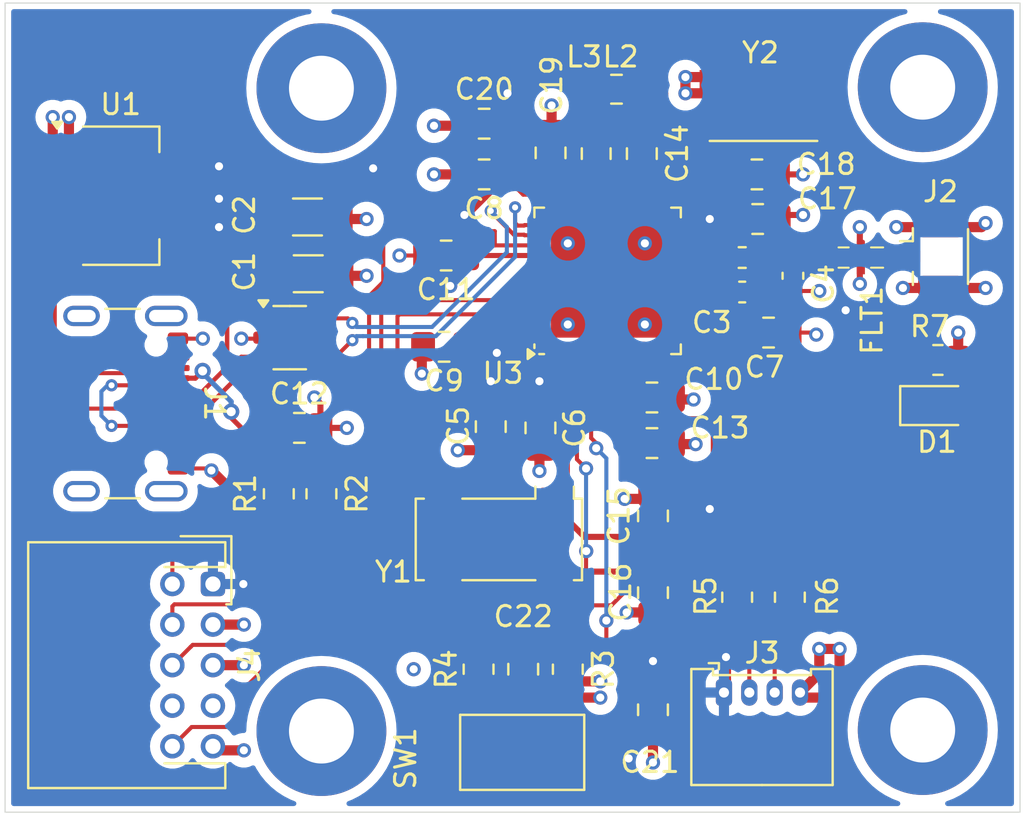
<source format=kicad_pcb>
(kicad_pcb (version 20240108) (generator "pcbnew") (generator_version "8.0")
  (layers (0 "F.Cu" signal) (1 "In1.Cu" signal) (2 "In2.Cu" signal) (31 "B.Cu" signal) (34 "B.Paste" user) (35 "F.Paste" user) (36 "B.SilkS" user "B.Silkscreen") (37 "F.SilkS" user "F.Silkscreen") (38 "B.Mask" user) (39 "F.Mask" user) (44 "Edge.Cuts" user))
  (net 0 "")
  (net 1 "GND")
  (net 2 "VBUS")
  (net 3 "+3.3V")
  (net 4 "RF1")
  (net 5 "/RF_Match")
  (net 6 "NRST")
  (net 7 "Net-(U3-VFBSMPS)")
  (net 8 "Net-(U3-PC14)")
  (net 9 "Net-(U3-PC15)")
  (net 10 "BOOT0")
  (net 11 "Net-(D1-K)")
  (net 12 "LED")
  (net 13 "/RF_Anthena")
  (net 14 "Net-(J1-CC2)")
  (net 15 "/D-")
  (net 16 "Net-(J1-CC1)")
  (net 19 "/D+")
  (net 20 "Net-(J3-Pin_2)")
  (net 21 "Net-(J3-Pin_3)")
  (net 22 "SWDIO")
  (net 23 "SECLK")
  (net 25 "SWO")
  (net 27 "Net-(L2-Pad1)")
  (net 28 "Net-(U3-VLXSMPS)")
  (net 29 "Net-(R4-Pad1)")
  (net 30 "LPUART1_TX")
  (net 31 "LPUART1_RX")
  (net 32 "USB_D-")
  (net 33 "USB_D+")
  (net 45 "OSC_IN")
  (net 47 "OSC_OUT")
  (footprint "Capacitor_SMD:C_0805_2012Metric_Pad1.18x1.45mm_HandSolder" (layer "F.Cu") (at 228.4 97.4 -90)
    (property "Reference" "C22")
    (property "Value" "100nf")
  )
  (footprint "Crystal:Crystal_SMD_5032-4Pin_5.0x3.2mm" (layer "F.Cu") (at 240.25 69.5)
    (property "Reference" "Y2")
    (property "Value" "12MHz")
  )
  (footprint "Capacitor_SMD:C_0805_2012Metric_Pad1.18x1.45mm_HandSolder" (layer "F.Cu") (at 234.8 89.8375 90)
    (property "Reference" "C15")
    (property "Value" "10pf")
  )
  (footprint "Inductor_SMD:L_0805_2012Metric_Pad1.15x1.40mm_HandSolder" (layer "F.Cu") (at 232 71.975 -90)
    (property "Reference" "L3")
    (property "Value" "10n")
  )
  (footprint "Connector_USB:USB_C_Receptacle_GCT_USB4105-xx-A_16P_TopMnt_Horizontal" (layer "F.Cu") (at 207.695 84.3 -90)
    (property "Reference" "J1")
    (property "Value" "USB_C_Receptacle_USB2.0_16P")
  )
  (footprint "Capacitor_SMD:C_0805_2012Metric_Pad1.18x1.45mm_HandSolder" (layer "F.Cu") (at 226.475 73 180)
    (property "Reference" "C8")
    (property "Value" "100nf")
  )
  (footprint "Inductor_SMD:L_0805_2012Metric_Pad1.15x1.40mm_HandSolder" (layer "F.Cu") (at 233 68.8)
    (property "Reference" "L2")
    (property "Value" "10u")
  )
  (footprint "Capacitor_SMD:C_0805_2012Metric_Pad1.18x1.45mm_HandSolder" (layer "F.Cu") (at 226.8 85.4375 -90)
    (property "Reference" "C5")
    (property "Value" "4u7")
  )
  (footprint "Capacitor_SMD:C_0805_2012Metric_Pad1.18x1.45mm_HandSolder" (layer "F.Cu") (at 234.25 71.975 90)
    (property "Reference" "C14")
    (property "Value" "4u7")
  )
  (footprint "Capacitor_SMD:C_0603_1608Metric_Pad1.08x0.95mm_HandSolder" (layer "F.Cu") (at 241.7 78 -90)
    (property "Reference" "C4")
    (property "Value" "0.3pf")
  )
  (footprint "Capacitor_SMD:C_1206_3216Metric_Pad1.33x1.80mm_HandSolder" (layer "F.Cu") (at 217.8 77.9)
    (property "Reference" "C1")
    (property "Value" "10uF")
  )
  (footprint "Package_TO_SOT_SMD:SOT-23-6" (layer "F.Cu") (at 216.8875 81.05)
    (property "Reference" "U2" (hide yes))
    (property "Value" "USBLC6-2SC6")
  )
  (footprint "Resistor_SMD:R_0805_2012Metric_Pad1.20x1.40mm_HandSolder" (layer "F.Cu") (at 241.55 93.85 -90)
    (property "Reference" "R6")
    (property "Value" "220")
  )
  (footprint "Package_TO_SOT_SMD:SOT-223-3_TabPin2" (layer "F.Cu") (at 208.55 74.05)
    (property "Reference" "U1")
    (property "Value" "LM1117MP-3.3")
  )
  (footprint "Bag:DLF162500LT" (layer "F.Cu") (at 245.05 77.1)
    (property "Reference" "FLT1")
    (property "Value" "DLF162500LT")
  )
  (footprint "Inductor_SMD:L_0603_1608Metric_Pad1.05x0.95mm_HandSolder" (layer "F.Cu") (at 239.2 77.1)
    (property "Reference" "L1" (hide yes))
    (property "Value" "2.7nH")
  )
  (footprint "Capacitor_SMD:C_0603_1608Metric_Pad1.08x0.95mm_HandSolder" (layer "F.Cu") (at 239.2 78.8)
    (property "Reference" "C3")
    (property "Value" "0.8pf")
  )
  (footprint "Capacitor_SMD:C_0805_2012Metric_Pad1.18x1.45mm_HandSolder" (layer "F.Cu") (at 224.5 81.5 180)
    (property "Reference" "C9")
    (property "Value" "100nf")
  )
  (footprint "Capacitor_SMD:C_0805_2012Metric_Pad1.18x1.45mm_HandSolder" (layer "F.Cu") (at 240.5 80.8)
    (property "Reference" "C7")
    (property "Value" "100nf")
  )
  (footprint "MountingHole:MountingHole_3.2mm_M3_Pad" (layer "F.Cu") (at 218.45 68.75)
    (property "Reference" "H4" (hide yes))
    (property "Value" "MountingHole_Pad")
  )
  (footprint "Connector_Molex:Molex_PicoBlade_53048-0410_1x04_P1.25mm_Horizontal" (layer "F.Cu") (at 238.3 98.55)
    (property "Reference" "J3")
    (property "Value" "Conn_01x04_Pin")
  )
  (footprint "Resistor_SMD:R_0805_2012Metric_Pad1.20x1.40mm_HandSolder" (layer "F.Cu") (at 248.85 82.15)
    (property "Reference" "R7")
    (property "Value" "220")
  )
  (footprint "Capacitor_SMD:C_1206_3216Metric_Pad1.33x1.80mm_HandSolder" (layer "F.Cu") (at 217.7625 75.1)
    (property "Reference" "C2")
    (property "Value" "10uF")
  )
  (footprint "LED_SMD:LED_0805_2012Metric_Pad1.15x1.40mm_HandSolder" (layer "F.Cu") (at 248.85 84.4)
    (property "Reference" "D1")
    (property "Value" "LED")
  )
  (footprint "Crystal:Crystal_SMD_Abracon_ABS25-4Pin_8.0x3.8mm" (layer "F.Cu") (at 227.2 91 -90)
    (property "Reference" "Y1")
    (property "Value" "32KHz")
  )
  (footprint "Capacitor_SMD:C_0805_2012Metric_Pad1.18x1.45mm_HandSolder" (layer "F.Cu") (at 234.8 99.4 -90)
    (property "Reference" "C21")
    (property "Value" "100nf")
  )
  (footprint "Capacitor_SMD:C_0805_2012Metric_Pad1.18x1.45mm_HandSolder" (layer "F.Cu") (at 224.6 77 180)
    (property "Reference" "C11")
    (property "Value" "100nf")
  )
  (footprint "Capacitor_SMD:C_0805_2012Metric_Pad1.18x1.45mm_HandSolder" (layer "F.Cu") (at 226.475 70.5 180)
    (property "Reference" "C20")
    (property "Value" "4u7")
  )
  (footprint "Capacitor_SMD:C_0805_2012Metric_Pad1.18x1.45mm_HandSolder" (layer "F.Cu") (at 234.75 86.25)
    (property "Reference" "C13")
    (property "Value" "100nf")
  )
  (footprint "Capacitor_SMD:C_0805_2012Metric_Pad1.18x1.45mm_HandSolder" (layer "F.Cu") (at 217.3625 85.5)
    (property "Reference" "C12")
    (property "Value" "100nf")
  )
  (footprint "Capacitor_SMD:C_0805_2012Metric_Pad1.18x1.45mm_HandSolder" (layer "F.Cu") (at 229.75 71.9375 90)
    (property "Reference" "C19")
    (property "Value" "100nf")
  )
  (footprint "MountingHole:MountingHole_3.2mm_M3_Pad" (layer "F.Cu") (at 248.1 100.4)
    (property "Reference" "H2" (hide yes))
    (property "Value" "MountingHole_Pad")
  )
  (footprint "MountingHole:MountingHole_3.2mm_M3_Pad" (layer "F.Cu") (at 248.1 68.7)
    (property "Reference" "H1" (hide yes))
    (property "Value" "MountingHole_Pad")
  )
  (footprint "Resistor_SMD:R_0805_2012Metric_Pad1.20x1.40mm_HandSolder" (layer "F.Cu") (at 226.2 97.4 90)
    (property "Reference" "R4")
    (property "Value" "220")
  )
  (footprint "Button_Switch_SMD:SW_SPST_CK_RS282G05A3" (layer "F.Cu") (at 228.35 101.5)
    (property "Reference" "SW1")
    (property "Value" "SW_Push")
  )
  (footprint "Capacitor_SMD:C_0805_2012Metric_Pad1.18x1.45mm_HandSolder" (layer "F.Cu") (at 229.25 85.5 -90)
    (property "Reference" "C6")
    (property "Value" "100nf")
  )
  (footprint "Package_DFN_QFN:QFN-48-1EP_7x7mm_P0.5mm_EP5.6x5.6mm" (layer "F.Cu") (at 232.5625 78.25 90)
    (property "Reference" "U3")
    (property "Value" "STM32WB55CEUx")
  )
  (footprint "Capacitor_SMD:C_0805_2012Metric_Pad1.18x1.45mm_HandSolder" (layer "F.Cu") (at 234.75 84)
    (property "Reference" "C10")
    (property "Value" "100nf")
  )
  (footprint "Resistor_SMD:R_0805_2012Metric_Pad1.20x1.40mm_HandSolder" (layer "F.Cu") (at 218.45 88.75 90)
    (property "Reference" "R2")
    (property "Value" "5k1")
  )
  (footprint "MountingHole:MountingHole_3.2mm_M3_Pad" (layer "F.Cu") (at 218.45 100.45)
    (property "Reference" "H3" (hide yes))
    (property "Value" "MountingHole_Pad")
  )
  (footprint "Connector_JST:JST_PHD_S10B-PHDSS_2x05_P2.00mm_Horizontal" (layer "F.Cu") (at 213.1 93.2 -90)
    (property "Reference" "J4")
    (property "Value" "Conn_02x05_Odd_Even")
  )
  (footprint "Resistor_SMD:R_0805_2012Metric_Pad1.20x1.40mm_HandSolder" (layer "F.Cu") (at 238.95 93.85 -90)
    (property "Reference" "R5")
    (property "Value" "220")
  )
  (footprint "Capacitor_SMD:C_0805_2012Metric_Pad1.18x1.45mm_HandSolder" (layer "F.Cu") (at 234.8 93.625 -90)
    (property "Reference" "C16")
    (property "Value" "10pf")
  )
  (footprint "Connector_Coaxial:U.FL_Hirose_U.FL-R-SMT-1_Vertical" (layer "F.Cu") (at 248.5 77.05)
    (property "Reference" "J2")
    (property "Value" "Conn_Coaxial")
  )
  (footprint "Resistor_SMD:R_0805_2012Metric_Pad1.20x1.40mm_HandSolder" (layer "F.Cu") (at 216.35 88.75 90)
    (property "Reference" "R1")
    (property "Value" "5k1")
  )
  (footprint "Capacitor_SMD:C_0805_2012Metric_Pad1.18x1.45mm_HandSolder" (layer "F.Cu") (at 239.9625 75.2)
    (property "Reference" "C17")
    (property "Value" "100nf")
  )
  (footprint "Capacitor_SMD:C_0805_2012Metric_Pad1.18x1.45mm_HandSolder" (layer "F.Cu") (at 239.925 73)
    (property "Reference" "C18")
    (property "Value" "100pf")
  )
  (footprint "Resistor_SMD:R_0805_2012Metric_Pad1.20x1.40mm_HandSolder" (layer "F.Cu") (at 230.6 97.4 90)
    (property "Reference" "R3")
    (property "Value" "5k1")
  )
  (gr_line (start 252.9 104.45) (end 202.85 104.45) (stroke (width 0.05)) (layer "Edge.Cuts"))
  (gr_line (start 202.85 104.45) (end 202.85 64.55) (stroke (width 0.05)) (layer "Edge.Cuts"))
  (gr_line (start 252.9 64.55) (end 252.9 104.45) (stroke (width 0.05)) (layer "Edge.Cuts"))
  (gr_line (start 202.85 64.55) (end 252.9 64.55) (stroke (width 0.05)) (layer "Edge.Cuts"))
  (segment (start 216.35 89.75) (end 218.45 89.75) (width 0.5) (layer "F.Cu") (net 1))
  (segment (start 233.4 89) (end 234.6 89) (width 0.5) (layer "F.Cu") (net 1))
  (segment (start 230.6 80.4) (end 230.6 76.4) (width 0.2) (layer "F.Cu") (net 1))
  (segment (start 235.8375 86.3) (end 235.7875 86.25) (width 0.5) (layer "F.Cu") (net 1))
  (segment (start 215.7 81.1) (end 215.75 81.05) (width 0.2) (layer "F.Cu") (net 1))
  (segment (start 231.8125 75.264386) (end 231.8125 74.8125) (width 0.2) (layer "F.Cu") (net 1))
  (segment (start 220.675 75.2) (end 219.425 75.2) (width 0.5) (layer "F.Cu") (net 1))
  (segment (start 240.9 70.5) (end 238.9 68.5) (width 0.3) (layer "F.Cu") (net 1))
  (segment (start 242.75 80.8) (end 242.85 80.9) (width 0.2) (layer "F.Cu") (net 1))
  (segment (start 245 76.55) (end 245.05 76.6) (width 0.3) (layer "F.Cu") (net 1))
  (segment (start 215.175 89.75) (end 216.35 89.75) (width 0.5) (layer "F.Cu") (net 1))
  (segment (start 214.625 97.2) (end 213.375 97.2) (width 0.5) (layer "F.Cu") (net 1))
  (segment (start 223.4 82.825) (end 223.4 81.575) (width 0.5) (layer "F.Cu") (net 1))
  (segment (start 234.4 80.4) (end 234.4 76.4) (width 0.2) (layer "F.Cu") (net 1))
  (segment (start 232.2 98.8) (end 231 98.8) (width 0.5) (layer "F.Cu") (net 1))
  (segment (start 236.4 68.2) (end 236.4 69) (width 0.5) (layer "F.Cu") (net 1))
  (segment (start 230.85 72) (end 229.75 70.9) (width 0.2) (layer "F.Cu") (net 1))
  (segment (start 241.7 78.8625) (end 240.125 78.8625) (width 0.5) (layer "F.Cu") (net 1))
  (segment (start 240.125 78.8625) (end 240.0625 78.8) (width 0.5) (layer "F.Cu") (net 1))
  (segment (start 212.6 81.1) (end 211.375 81.1) (width 0.2) (layer "F.Cu") (net 1))
  (segment (start 213.025 87.6) (end 215.175 89.75) (width 0.5) (layer "F.Cu") (net 1))
  (segment (start 241.5375 80.8) (end 242.75 80.8) (width 0.2) (layer "F.Cu") (net 1))
  (segment (start 241.8 78.9625) (end 241.7 78.8625) (width 0.5) (layer "F.Cu") (net 1))
  (segment (start 243 78.75) (end 241.8125 78.75) (width 0.2) (layer "F.Cu") (net 1))
  (segment (start 238.1 68.2) (end 238.4 68.5) (width 0.5) (layer "F.Cu") (net 1))
  (segment (start 242.2 73) (end 240.9625 73) (width 0.3) (layer "F.Cu") (net 1))
  (segment (start 224 73) (end 225.25 73) (width 0.5) (layer "F.Cu") (net 1))
  (segment (start 214.625 101.4) (end 213.375 101.4) (width 0.5) (layer "F.Cu") (net 1))
  (segment (start 249.85 80.8) (end 249.85 82.15) (width 0.5) (layer "F.Cu") (net 1))
  (segment (start 225.175 86.6) (end 226.425 86.6) (width 0.5) (layer "F.Cu") (net 1))
  (segment (start 218.4 85.5) (end 218.4 84.3) (width 0.3) (layer "F.Cu") (net 1))
  (segment (start 236.4 69) (end 237.9 69) (width 0.5) (layer "F.Cu") (net 1))
  (segment (start 236.4 68.2) (end 238.1 68.2) (width 0.5) (layer "F.Cu") (net 1))
  (segment (start 206 70.175) (end 206 71.425) (width 0.5) (layer "F.Cu") (net 1))
  (segment (start 218.4 84.3) (end 218.1 84) (width 0.3) (layer "F.Cu") (net 1))
  (segment (start 224 70.6) (end 225.25 70.6) (width 0.5) (layer "F.Cu") (net 1))
  (segment (start 246.8 75.6) (end 251 75.6) (width 0.5) (layer "F.Cu") (net 1))
  (segment (start 229.8 70.85) (end 229.75 70.9) (width 0.5) (layer "F.Cu") (net 1))
  (segment (start 243 97.6) (end 242.05 98.55) (width 0.5) (layer "F.Cu") (net 1))
  (segment (start 243 96.4) (end 243 97.6) (width 0.5) (layer "F.Cu") (net 1))
  (segment (start 232.2 98) (end 228.8375 98) (width 0.5) (layer "F.Cu") (net 1))
  (segment (start 244 96.4) (end 244 98.2) (width 0.5) (layer "F.Cu") (net 1))
  (segment (start 211.375 87.5) (end 212.925 87.5) (width 0.2) (layer "F.Cu") (net 1))
  (segment (start 241.2 75) (end 241 75.2) (width 0.3) (layer "F.Cu") (net 1))
  (segment (start 241.8125 78.75) (end 241.7 78.8625) (width 0.2) (layer "F.Cu") (net 1))
  (segment (start 222.3 77) (end 223.5625 77) (width 0.2) (layer "F.Cu") (net 1))
  (segment (start 245 77.6) (end 245.05 77.55) (width 0.3) (layer "F.Cu") (net 1))
  (segment (start 242.2 75) (end 241.2 75) (width 0.3) (layer "F.Cu") (net 1))
  (segment (start 244 98.2) (end 243.4 98.8) (width 0.5) (layer "F.Cu") (net 1))
  (segment (start 236.9 86.3) (end 235.8375 86.3) (width 0.5) (layer "F.Cu") (net 1))
  (segment (start 220.675 78) (end 219.425 78) (width 0.5) (layer "F.Cu") (net 1))
  (segment (start 251.2 78.6) (end 249.05 78.6) (width 0.5) (layer "F.Cu") (net 1))
  (segment (start 212.925 87.5) (end 213.025 87.6) (width 0.2) (layer "F.Cu") (net 1))
  (segment (start 242.3 98.8) (end 242.05 98.55) (width 0.5) (layer "F.Cu") (net 1))
  (segment (start 231 98.8) (end 230.6 98.4) (width 0.5) (layer "F.Cu") (net 1))
  (segment (start 236.8 84.1) (end 235.8875 84.1) (width 0.5) (layer "F.Cu") (net 1))
  (segment (start 230.676886 76.4) (end 231.8125 75.264386) (width 0.2) (layer "F.Cu") (net 1))
  (segment (start 243.4 98.8) (end 242.3 98.8) (width 0.5) (layer "F.Cu") (net 1))
  (segment (start 238.9 68.5) (end 238.4 68.5) (width 0.3) (layer "F.Cu") (net 1))
  (segment (start 245 78.4) (end 245 77.6) (width 0.3) (layer "F.Cu") (net 1))
  (segment (start 229.8 69.6) (end 229.8 70.85) (width 0.5) (layer "F.Cu") (net 1))
  (segment (start 251 75.6) (end 251.2 75.4) (width 0.5) (layer "F.Cu") (net 1))
  (segment (start 242.1 70.5) (end 240.9 70.5) (width 0.3) (layer "F.Cu") (net 1))
  (segment (start 233.1875 72) (end 230.85 72) (width 0.2) (layer "F.Cu") (net 1))
  (segment (start 234.8625 94.6) (end 234.8 94.6625) (width 0.5) (layer "F.Cu") (net 1))
  (segment (start 244 96.4) (end 243 96.4) (width 0.5) (layer "F.Cu") (net 1))
  (segment (start 233.5 94.6) (end 234.8375 94.6) (width 0.5) (layer "F.Cu") (net 1))
  (segment (start 229.2 87.625) (end 229.2 86.375) (width 0.5) (layer "F.Cu") (net 1))
  (segment (start 234.6 89) (end 234.8 88.8) (width 0.5) (layer "F.Cu") (net 1))
  (segment (start 234.8 102) (end 234.8 100.4375) (width 0.5) (layer "F.Cu") (net 1))
  (segment (start 247.125 78.6) (end 248.475 78.6) (width 0.5) (layer "F.Cu") (net 1))
  (segment (start 235.8875 84.1) (end 235.7875 84) (width 0.5) (layer "F.Cu") (net 1))
  (segment (start 245 75.6) (end 245 76.55) (width 0.3) (layer "F.Cu") (net 1))
  (segment (start 219.7 85.5) (end 218.4 85.5) (width 0.3) (layer "F.Cu") (net 1))
  (segment (start 249.05 78.6) (end 248.975 78.525) (width 0.5) (layer "F.Cu") (net 1))
  (segment (start 234.25 70.9375) (end 233.1875 72) (width 0.2) (layer "F.Cu") (net 1))
  (segment (start 234.5 76.5) (end 236 76.5) (width 0.2) (layer "F.Cu") (net 1))
  (segment (start 214.5 81.1) (end 215.7 81.1) (width 0.2) (layer "F.Cu") (net 1))
  (segment (start 214.625 95.2) (end 213.375 95.2) (width 0.5) (layer "F.Cu") (net 1))
  (segment (start 234.4 76.4) (end 234.5 76.5) (width 0.2) (layer "F.Cu") (net 1))
  (segment (start 228.8375 98) (end 228.4 98.4375) (width 0.5) (layer "F.Cu") (net 1))
  (segment (start 205.2 70.175) (end 205.2 71.425) (width 0.5) (layer "F.Cu") (net 1))
  (segment (start 237.9 69) (end 238.4 68.5) (width 0.5) (layer "F.Cu") (net 1))
  (segment (start 230.6 76.4) (end 230.676886 76.4) (width 0.2) (layer "F.Cu") (net 1))
  (via (at 247.125 78.6) (size 0.7) (drill 0.4) (layers "F.Cu" "B.Cu") (net 1))
  (via (at 220.675 78) (size 0.7) (drill 0.4) (layers "F.Cu" "B.Cu") (net 1))
  (via (at 224 73) (size 0.7) (drill 0.4) (layers "F.Cu" "B.Cu") (net 1))
  (via (at 214.625 101.4) (size 0.7) (drill 0.4) (layers "F.Cu" "B.Cu") (net 1))
  (via (at 249.85 80.8) (size 0.7) (drill 0.4) (layers "F.Cu" "B.Cu") (net 1))
  (via (at 234.4 80.4) (size 0.7) (drill 0.4) (layers "F.Cu" "B.Cu") (net 1))
  (via (at 236.8 84.1) (size 0.7) (drill 0.4) (layers "F.Cu" "B.Cu") (net 1))
  (via (at 236.4 69) (size 0.7) (drill 0.4) (layers "F.Cu" "B.Cu") (net 1))
  (via (at 229.8 69.6) (size 0.7) (drill 0.4) (layers "F.Cu" "B.Cu") (net 1))
  (via (at 242.2 75) (size 0.7) (drill 0.4) (layers "F.Cu" "B.Cu") (net 1))
  (via (at 213.025 87.6) (size 0.7) (drill 0.4) (layers "F.Cu" "B.Cu") (net 1))
  (via (at 232.2 98) (size 0.7) (drill 0.4) (layers "F.Cu" "B.Cu") (net 1))
  (via (at 219.7 85.5) (size 0.7) (drill 0.4) (layers "F.Cu" "B.Cu") (net 1))
  (via (at 223 97.4) (size 0.7) (drill 0.4) (layers "F.Cu" "B.Cu") (net 1))
  (via (at 242.85 80.9) (size 0.7) (drill 0.4) (layers "F.Cu" "B.Cu") (net 1))
  (via (at 223.4 82.825) (size 0.7) (drill 0.4) (layers "F.Cu" "B.Cu") (net 1))
  (via (at 236.4 68.2) (size 0.7) (drill 0.4) (layers "F.Cu" "B.Cu") (net 1))
  (via (at 220.675 75.2) (size 0.7) (drill 0.4) (layers "F.Cu" "B.Cu") (net 1))
  (via (at 246.8 75.6) (size 0.7) (drill 0.4) (layers "F.Cu" "B.Cu") (net 1))
  (via (at 234.8 102) (size 0.7) (drill 0.4) (layers "F.Cu" "B.Cu") (net 1))
  (via (at 236.9 86.3) (size 0.7) (drill 0.4) (layers "F.Cu" "B.Cu") (net 1))
  (via (at 225.175 86.6) (size 0.7) (drill 0.4) (layers "F.Cu" "B.Cu") (net 1))
  (via (at 245 75.6) (size 0.7) (drill 0.4) (layers "F.Cu" "B.Cu") (net 1))
  (via (at 243 96.4) (size 0.7) (drill 0.4) (layers "F.Cu" "B.Cu") (net 1))
  (via (at 234.4 76.4) (size 0.7) (drill 0.4) (layers "F.Cu" "B.Cu") (net 1))
  (via (at 230.6 80.4) (size 0.7) (drill 0.4) (layers "F.Cu" "B.Cu") (net 1))
  (via (at 244 96.4) (size 0.7) (drill 0.4) (layers "F.Cu" "B.Cu") (net 1))
  (via (at 242.2 73) (size 0.7) (drill 0.4) (layers "F.Cu" "B.Cu") (net 1))
  (via (at 229.2 87.625) (size 0.7) (drill 0.4) (layers "F.Cu" "B.Cu") (net 1))
  (via (at 214.625 95.2) (size 0.7) (drill 0.4) (layers "F.Cu" "B.Cu") (net 1))
  (via (at 214.625 97.2) (size 0.7) (drill 0.4) (layers "F.Cu" "B.Cu") (net 1))
  (via (at 212.6 81.1) (size 0.7) (drill 0.4) (layers "F.Cu" "B.Cu") (net 1))
  (via (at 205.2 70.175) (size 0.7) (drill 0.4) (layers "F.Cu" "B.Cu") (net 1))
  (via (at 222.3 77) (size 0.7) (drill 0.4) (layers "F.Cu" "B.Cu") (net 1))
  (via (at 233.4 89) (size 0.7) (drill 0.4) (layers "F.Cu" "B.Cu") (net 1))
  (via (at 230.6 76.4) (size 0.7) (drill 0.4) (layers "F.Cu" "B.Cu") (net 1))
  (via (at 251.2 78.6) (size 0.7) (drill 0.4) (layers "F.Cu" "B.Cu") (net 1))
  (via (at 206 70.175) (size 0.7) (drill 0.4) (layers "F.Cu" "B.Cu") (net 1))
  (via (at 224 70.6) (size 0.7) (drill 0.4) (layers "F.Cu" "B.Cu") (net 1))
  (via (at 233.5 94.6) (size 0.7) (drill 0.4) (layers "F.Cu" "B.Cu") (net 1))
  (via (at 243 78.75) (size 0.7) (drill 0.4) (layers "F.Cu" "B.Cu") (net 1))
  (via (at 245 78.4) (size 0.7) (drill 0.4) (layers "F.Cu" "B.Cu") (net 1))
  (via (at 251.2 75.4) (size 0.7) (drill 0.4) (layers "F.Cu" "B.Cu") (net 1))
  (via (at 232.2 98.8) (size 0.7) (drill 0.4) (layers "F.Cu" "B.Cu") (net 1))
  (via (at 218.1 84) (size 0.7) (drill 0.4) (layers "F.Cu" "B.Cu") (net 1))
  (via (at 214.5 81.1) (size 0.7) (drill 0.4) (layers "F.Cu" "B.Cu") (net 1))
  (segment (start 216.9 84.925) (end 216.9 81.1) (width 0.3) (layer "F.Cu") (net 2))
  (segment (start 210.799949 81.9) (end 210.449949 82.25) (width 0.25) (layer "F.Cu") (net 2))
  (segment (start 216.95 78.6125) (end 216.2375 77.9) (width 0.3) (layer "F.Cu") (net 2))
  (segment (start 210.799949 86.7) (end 211.375 86.7) (width 0.25) (layer "F.Cu") (net 2))
  (segment (start 205.4 86.4) (end 210.499949 86.4) (width 0.25) (layer "F.Cu") (net 2))
  (segment (start 216.95 81.05) (end 216.95 78.6125) (width 0.3) (layer "F.Cu") (net 2))
  (segment (start 206.95 77.9) (end 216.2375 77.9) (width 1) (layer "F.Cu") (net 2))
  (segment (start 216.9 81.1) (end 216.95 81.05) (width 0.3) (layer "F.Cu") (net 2))
  (segment (start 205.4 76.35) (end 204.9 76.85) (width 1) (layer "F.Cu") (net 2))
  (segment (start 218.025 81.05) (end 216.95 81.05) (width 0.3) (layer "F.Cu") (net 2))
  (segment (start 211.375 81.9) (end 210.799949 81.9) (width 0.25) (layer "F.Cu") (net 2))
  (segment (start 205.4 76.35) (end 206.95 77.9) (width 1) (layer "F.Cu") (net 2))
  (segment (start 216.325 85.5) (end 216.9 84.925) (width 0.3) (layer "F.Cu") (net 2))
  (segment (start 210.499949 86.4) (end 210.799949 86.7) (width 0.25) (layer "F.Cu") (net 2))
  (segment (start 204.9 76.85) (end 204.9 86.3) (width 1) (layer "F.Cu") (net 2))
  (segment (start 210.449949 82.25) (end 205.4 82.25) (width 0.25) (layer "F.Cu") (net 2))
  (segment (start 230.3125 74.2125) (end 230.3125 74.8125) (width 0.2) (layer "F.Cu") (net 3))
  (segment (start 213.1 93.2) (end 214.6 93.2) (width 0.2) (layer "F.Cu") (net 3))
  (segment (start 213.4 73) (end 213.4 75.6) (width 0.5) (layer "F.Cu") (net 3))
  (segment (start 213.4 75.6) (end 215.7 75.6) (width 0.5) (layer "F.Cu") (net 3))
  (segment (start 235 85) (end 235.025 85.025) (width 0.2) (layer "F.Cu") (net 3))
  (segment (start 237.2 79.8) (end 237.4125 79.8) (width 0.2) (layer "F.Cu") (net 3))
  (segment (start 237.6 89.5) (end 237.75 89.35) (width 0.2) (layer "F.Cu") (net 3))
  (segment (start 237.725 85.025) (end 237.75 85) (width 0.2) (layer "F.Cu") (net 3))
  (segment (start 228.4 74) (end 230.1 74) (width 0.2) (layer "F.Cu") (net 3))
  (segment (start 229.125 81) (end 226.0375 81) (width 0.2) (layer "F.Cu") (net 3))
  (segment (start 225.6375 77) (end 229.125 77) (width 0.25) (layer "F.Cu") (net 3))
  (segment (start 237.6 89.5) (end 237.3 89.8) (width 0.2) (layer "F.Cu") (net 3))
  (segment (start 227.525 68.9) (end 223.8 68.9) (width 0.5) (layer "F.Cu") (net 3))
  (segment (start 213.25 74.05) (end 213.4 74.2) (width 0.5) (layer "F.Cu") (net 3))
  (segment (start 225.5125 75) (end 227.5125 73) (width 0.5) (layer "F.Cu") (net 3))
  (segment (start 227.625 69) (end 227.525 68.9) (width 0.5) (layer "F.Cu") (net 3))
  (segment (start 229.25 83.25) (end 229.2 83.2) (width 0.5) (layer "F.Cu") (net 3))
  (segment (start 229.8125 82.5875) (end 229.2 83.2) (width 0.2) (layer "F.Cu") (net 3))
  (segment (start 229.25 84.4625) (end 229.25 83.25) (width 0.5) (layer "F.Cu") (net 3))
  (segment (start 239.4625 80.8) (end 240.1625 80.1) (width 0.2) (layer "F.Cu") (net 3))
  (segment (start 229.75 72.975) (end 229.775 72.975) (width 0.25) (layer "F.Cu") (net 3))
  (segment (start 211.7 74.05) (end 205.4 74.05) (width 0.5) (layer "F.Cu") (net 3))
  (segment (start 225.6375 81.4) (end 225.5375 81.5) (width 0.5) (layer "F.Cu") (net 3))
  (segment (start 234.8 97) (end 234.8 98.3625) (width 0.5) (layer "F.Cu") (net 3))
  (segment (start 213.4 75.6) (end 213.25 75.6) (width 0.5) (layer "F.Cu") (net 3))
  (segment (start 237.6 75.2) (end 238.8875 73.9125) (width 0.3) (layer "F.Cu") (net 3))
  (segment (start 223.8 68.9) (end 222 70.7) (width 0.5) (layer "F.Cu") (net 3))
  (segment (start 233.7125 84) (end 234.5 84) (width 0.2) (layer "F.Cu") (net 3))
  (segment (start 240.2 80.1) (end 240.6 79.7) (width 0.2) (layer "F.Cu") (net 3))
  (segment (start 230.1 74) (end 230.3125 74.2125) (width 0.2) (layer "F.Cu") (net 3))
  (segment (start 213.25 75.6) (end 211.7 74.05) (width 0.5) (layer "F.Cu") (net 3))
  (segment (start 240.1625 80.1) (end 240.2 80.1) (width 0.2) (layer "F.Cu") (net 3))
  (segment (start 226.0375 81) (end 225.5375 81.5) (width 0.2) (layer "F.Cu") (net 3))
  (segment (start 237.6 76) (end 236 76) (width 0.3) (layer "F.Cu") (net 3))
  (segment (start 237.3 89.8) (end 237.3 95.6) (width 0.2) (layer "F.Cu") (net 3))
  (segment (start 229.75 72.7375) (end 227.5125 70.5) (width 0.25) (layer "F.Cu") (net 3))
  (segment (start 238.8875 75.1625) (end 238.925 75.2) (width 0.3) (layer "F.Cu") (net 3))
  (segment (start 211.7 74.05) (end 213.25 74.05) (width 0.5) (layer "F.Cu") (net 3))
  (segment (start 230.8125 74.0375) (end 229.75 72.975) (width 0.2) (layer "F.Cu") (net 3))
  (segment (start 225.8375 81.8) (end 225.5375 81.5) (width 0.2) (layer "F.Cu") (net 3))
  (segment (start 234.5 84) (end 234.5 85) (width 0.2) (layer "F.Cu") (net 3))
  (segment (start 230.8125 74.8125) (end 230.8125 74.0375) (width 0.2) (layer "F.Cu") (net 3))
  (segment (start 224.8 78.5) (end 224.8 77.8375) (width 0.2) (layer "F.Cu") (net 3))
  (segment (start 235.025 85.025) (end 237.725 85.025) (width 0.2) (layer "F.Cu") (net 3))
  (segment (start 227.5125 73.1125) (end 228.4 74) (width 0.2) (layer "F.Cu") (net 3))
  (segment (start 225.5 75) (end 225.5125 75) (width 0.5) (layer "F.Cu") (net 3))
  (segment (start 213.15 72.6) (end 211.7 74.05) (width 0.5) (layer "F.Cu") (net 3))
  (segment (start 222 70.7) (end 222 71.7) (width 0.5) (layer "F.Cu") (net 3))
  (segment (start 215.7 75.6) (end 216.2 75.1) (width 0.5) (layer "F.Cu") (net 3))
  (segment (start 237.3 95.7) (end 238.4 96.8) (width 0.2) (layer "F.Cu") (net 3))
  (segment (start 240.6 79.7) (end 244.3 79.7) (width 0.2) (layer "F.Cu") (net 3))
  (segment (start 229.8125 81.6875) (end 229.8125 82.5875) (width 0.2) (layer "F.Cu") (net 3))
  (segment (start 222 71.7) (end 221 72.7) (width 0.5) (layer "F.Cu") (net 3))
  (segment (start 238.8875 73) (end 238.8875 75.1625) (width 0.3) (layer "F.Cu") (net 3))
  (segment (start 238.925 75.2) (end 238.125 76) (width 0.3) (layer "F.Cu") (net 3))
  (segment (start 238.125 76) (end 237.6 76) (width 0.3) (layer "F.Cu") (net 3))
  (segment (start 238.4 96.8) (end 238.4 98.45) (width 0.5) (layer "F.Cu") (net 3))
  (segment (start 237.75 89.35) (end 237.75 85) (width 0.2) (layer "F.Cu") (net 3))
  (segment (start 233.3125 81.6875) (end 233.3125 83.6) (width 0.2) (layer "F.Cu") (net 3))
  (segment (start 236 77.5) (end 237.2 77.5) (width 0.2) (layer "F.Cu") (net 3))
  (segment (start 226.8 83.2) (end 226.8 84.4) (width 0.5) (layer "F.Cu") (net 3))
  (segment (start 238.4 98.45) (end 238.3 98.55) (width 0.5) (layer "F.Cu") (net 3))
  (segment (start 229.75 72.975) (end 229.75 72.7375) (width 0.25) (layer "F.Cu") (net 3))
  (segment (start 213.4 72.6) (end 213.4 73) (width 0.5) (layer "F.Cu") (net 3))
  (segment (start 237.4125 79.8) (end 238.4125 80.8) (width 0.2) (layer "F.Cu") (net 3))
  (segment (start 213.4 72.6) (end 213.15 72.6) (width 0.5) (layer "F.Cu") (net 3))
  (segment (start 216.1 75) (end 216.2 75.1) (width 0.5) (layer "F.Cu") (net 3))
  (segment (start 234.5 85) (end 235 85) (width 0.2) (layer "F.Cu") (net 3))
  (segment (start 233.3 101.5) (end 233.6 101.8) (width 0.5) (layer "F.Cu") (net 3))
  (segment (start 238.4125 80.8) (end 239.4625 80.8) (width 0.2) (layer "F.Cu") (net 3))
  (segment (start 227.5125 73) (end 227.5125 73.1125) (width 0.2) (layer "F.Cu") (net 3))
  (segment (start 233.3125 83.6) (end 233.7125 84) (width 0.2) (layer "F.Cu") (net 3))
  (segment (start 237.6 75.2) (end 237.6 76) (width 0.3) (layer "F.Cu") (net 3))
  (segment (start 237.3 95.6) (end 237.3 95.7) (width 0.2) (layer "F.Cu") (net 3))
  (segment (start 227.625 69) (end 227.625 70.3875) (width 0.5) (layer "F.Cu") (net 3))
  (segment (start 238.8875 73.9125) (end 238.8875 73) (width 0.3) (layer "F.Cu") (net 3))
  (segment (start 211.85 74.2) (end 211.7 74.05) (width 1) (layer "F.Cu") (net 3))
  (segment (start 224.8 77.8375) (end 225.6375 77) (width 0.2) (layer "F.Cu") (net 3))
  (segment (start 237.2 77.5) (end 237.2 79.8) (width 0.2) (layer "F.Cu") (net 3))
  (segment (start 227.625 70.3875) (end 227.5125 70.5) (width 0.5) (layer "F.Cu") (net 3))
  (segment (start 227.1 81.8) (end 225.8375 81.8) (width 0.2) (layer "F.Cu") (net 3))
  (segment (start 232.25 101.5) (end 233.3 101.5) (width 0.5) (layer "F.Cu") (net 3))
  (via (at 213.4 74.2) (size 0.7) (drill 0.4) (layers "F.Cu" "B.Cu") (net 3))
  (via (at 234.8 97) (size 0.7) (drill 0.4) (layers "F.Cu" "B.Cu") (net 3))
  (via (at 225.5 75) (size 0.7) (drill 0.4) (layers "F.Cu" "B.Cu") (net 3))
  (via (at 227.1 81.8) (size 0.7) (drill 0.4) (layers "F.Cu" "B.Cu") (net 3))
  (via (at 238.4 96.8) (size 0.7) (drill 0.4) (layers "F.Cu" "B.Cu") (net 3))
  (via (at 229.2 83.2) (size 0.7) (drill 0.4) (layers "F.Cu" "B.Cu") (net 3))
  (via (at 233.6 101.8) (size 0.7) (drill 0.4) (layers "F.Cu" "B.Cu") (net 3))
  (via (at 221 72.7) (size 0.7) (drill 0.4) (layers "F.Cu" "B.Cu") (net 3))
  (via (at 214.6 93.2) (size 0.7) (drill 0.4) (layers "F.Cu" "B.Cu") (net 3))
  (via (at 237.6 89.5) (size 0.7) (drill 0.4) (layers "F.Cu" "B.Cu") (net 3))
  (via (at 237.6 75.2) (size 0.7) (drill 0.4) (layers "F.Cu" "B.Cu") (net 3))
  (via (at 213.4 75.6) (size 0.7) (drill 0.4) (layers "F.Cu" "B.Cu") (net 3))
  (via (at 224.8 78.5) (size 0.7) (drill 0.4) (layers "F.Cu" "B.Cu") (net 3))
  (via (at 213.4 72.6) (size 0.7) (drill 0.4) (layers "F.Cu" "B.Cu") (net 3))
  (via (at 226.8 83.2) (size 0.7) (drill 0.4) (layers "F.Cu" "B.Cu") (net 3))
  (via (at 244.3 79.7) (size 0.7) (drill 0.4) (layers "F.Cu" "B.Cu") (net 3))
  (via (at 227.625 69) (size 0.7) (drill 0.4) (layers "F.Cu" "B.Cu") (net 3))
  (segment (start 238.225 77) (end 236 77) (width 0.3) (layer "F.Cu") (net 4))
  (segment (start 238.3375 77.1125) (end 238.325 77.1) (width 0.2) (layer "F.Cu") (net 4))
  (segment (start 238.325 77.1) (end 238.225 77) (width 0.3) (layer "F.Cu") (net 4))
  (segment (start 238.3375 78.8) (end 238.3375 77.1125) (width 0.2) (layer "F.Cu") (net 4))
  (segment (start 244.1125 77.1) (end 241.7375 77.1) (width 0.3) (layer "F.Cu") (net 5))
  (segment (start 241.7 77.1375) (end 240.1125 77.1375) (width 0.3) (layer "F.Cu") (net 5))
  (segment (start 241.7375 77.1) (end 241.7 77.1375) (width 0.3) (layer "F.Cu") (net 5))
  (segment (start 240.1125 77.1375) (end 240.075 77.1) (width 0.3) (layer "F.Cu") (net 5))
  (segment (start 233.7125 87.6125) (end 233.8 87.7) (width 0.2) (layer "F.Cu") (net 6))
  (segment (start 233.7125 86.25) (end 233.25 86.25) (width 0.2) (layer "F.Cu") (net 6))
  (segment (start 233.25 86.25) (end 232.5 85.5) (width 0.2) (layer "F.Cu") (net 6))
  (segment (start 232.8125 82.4375) (end 232.8125 81.6875) (width 0.2) (layer "F.Cu") (net 6))
  (segment (start 232.5 85.5) (end 232.5 82.75) (width 0.2) (layer "F.Cu") (net 6))
  (segment (start 233.4 93.6) (end 232.75 94.25) (width 0.2) (layer "F.Cu") (net 6))
  (segment (start 212.05 100.25) (end 214.5 100.25) (width 0.2) (layer "F.Cu") (net 6))
  (segment (start 229.75 94.25) (end 230.75 94.25) (width 0.2) (layer "F.Cu") (net 6))
  (segment (start 211.1 101.2) (end 212.05 100.25) (width 0.2) (layer "F.Cu") (net 6))
  (segment (start 233.8 87.7) (end 236.1 87.7) (width 0.2) (layer "F.Cu") (net 6))
  (segment (start 218.75 94.25) (end 229.75 94.25) (width 0.2) (layer "F.Cu") (net 6))
  (segment (start 214.75 98.25) (end 218.75 94.25) (width 0.2) (layer "F.Cu") (net 6))
  (segment (start 232.75 94.25) (end 230.75 94.25) (width 0.2) (layer "F.Cu") (net 6))
  (segment (start 236.4 88) (end 236.4 93.6) (width 0.2) (layer "F.Cu") (net 6))
  (segment (start 232.5 82.75) (end 232.8125 82.4375) (width 0.2) (layer "F.Cu") (net 6))
  (segment (start 214.5 100.25) (end 214.5 98.5) (width 0.2) (layer "F.Cu") (net 6))
  (segment (start 236.1 87.7) (end 236.4 88) (width 0.2) (layer "F.Cu") (net 6))
  (segment (start 214.5 98.5) (end 214.75 98.25) (width 0.2) (layer "F.Cu") (net 6))
  (segment (start 236.4 93.6) (end 233.4 93.6) (width 0.2) (layer "F.Cu") (net 6))
  (segment (start 233.7125 86.25) (end 233.7125 87.6125) (width 0.2) (layer "F.Cu") (net 6))
  (segment (start 232.3125 74.0875) (end 232.4 74) (width 0.2) (layer "F.Cu") (net 7))
  (segment (start 235.2 68.8) (end 235.4 69) (width 0.3) (layer "F.Cu") (net 7))
  (segment (start 234.025 68.8) (end 235.2 68.8) (width 0.3) (layer "F.Cu") (net 7))
  (segment (start 235.4 69) (end 235.4 73) (width 0.3) (layer "F.Cu") (net 7))
  (segment (start 235.4 73) (end 234.2625 73) (width 0.3) (layer "F.Cu") (net 7))
  (segment (start 234.2625 73) (end 234.25 73.0125) (width 0.3) (layer "F.Cu") (net 7))
  (segment (start 232.3125 74.8125) (end 232.3125 74.0875) (width 0.2) (layer "F.Cu") (net 7))
  (segment (start 233.2625 74) (end 234.25 73.0125) (width 0.2) (layer "F.Cu") (net 7))
  (segment (start 232.4 74) (end 233.2625 74) (width 0.2) (layer "F.Cu") (net 7))
  (segment (start 233.660614 73.0125) (end 234.25 73.0125) (width 0.2) (layer "F.Cu") (net 7))
  (segment (start 230.6 88.75) (end 229.95 89.4) (width 0.2) (layer "F.Cu") (net 8))
  (segment (start 230.3125 81.6875) (end 230.3125 82.6125) (width 0.2) (layer "F.Cu") (net 8))
  (segment (start 231.425 90.875) (end 229.95 89.4) (width 0.3) (layer "F.Cu") (net 8))
  (segment (start 230.3125 82.6125) (end 230.6 82.9) (width 0.2) (layer "F.Cu") (net 8))
  (segment (start 234.8 90.875) (end 231.425 90.875) (width 0.3) (layer "F.Cu") (net 8))
  (segment (start 230.6 82.9) (end 230.6 88.75) (width 0.2) (layer "F.Cu") (net 8))
  (segment (start 231.05 82.8) (end 231.05 84.6) (width 0.2) (layer "F.Cu") (net 9))
  (segment (start 231.5 92.6) (end 229.95 92.6) (width 0.2) (layer "F.Cu") (net 9))
  (segment (start 231.05 87.05) (end 231.5 87.5) (width 0.2) (layer "F.Cu") (net 9))
  (segment (start 230.8125 81.6875) (end 230.8125 82.546814) (width 0.2) (layer "F.Cu") (net 9))
  (segment (start 231.05 86.9) (end 231.05 87.05) (width 0.2) (layer "F.Cu") (net 9))
  (segment (start 231.05 82.784314) (end 231.05 82.8) (width 0.2) (layer "F.Cu") (net 9))
  (segment (start 229.9625 92.5875) (end 229.95 92.6) (width 0.3) (layer "F.Cu") (net 9))
  (segment (start 231.508402 91.575) (end 231.5 91.583402) (width 0.2) (layer "F.Cu") (net 9))
  (segment (start 234.8 92.5875) (end 229.9625 92.5875) (width 0.3) (layer "F.Cu") (net 9))
  (segment (start 231.5 91.583402) (end 231.5 92.6) (width 0.2) (layer "F.Cu") (net 9))
  (segment (start 230.8125 82.546814) (end 231.05 82.784314) (width 0.2) (layer "F.Cu") (net 9))
  (segment (start 231.05 84.6) (end 231.05 85.25) (width 0.2) (layer "F.Cu") (net 9))
  (segment (start 231.05 85.25) (end 231.05 86.9) (width 0.2) (layer "F.Cu") (net 9))
  (via (at 231.5 87.5) (size 0.7) (drill 0.4) (layers "F.Cu" "B.Cu") (net 9))
  (via (at 231.508402 91.575) (size 0.7) (drill 0.4) (layers "F.Cu" "B.Cu") (net 9))
  (segment (start 231.5 91.566598) (end 231.5 87.5) (width 0.2) (layer "B.Cu") (net 9))
  (segment (start 231.508402 91.575) (end 231.5 91.566598) (width 0.2) (layer "B.Cu") (net 9))
  (segment (start 232.5 96.4) (end 230.6 96.4) (width 0.2) (layer "F.Cu") (net 10))
  (segment (start 231.3125 81.6875) (end 231.3125 82.481128) (width 0.2) (layer "F.Cu") (net 10))
  (segment (start 226.2 96.4) (end 230.6 96.4) (width 0.4) (layer "F.Cu") (net 10))
  (segment (start 231.3125 82.481128) (end 231.75 82.918628) (width 0.2) (layer "F.Cu") (net 10))
  (segment (start 231.75 86) (end 232 86.25) (width 0.2) (layer "F.Cu") (net 10))
  (segment (start 232.5 95) (end 232.5 96.4) (width 0.2) (layer "F.Cu") (net 10))
  (segment (start 232 86.25) (end 232 86.5) (width 0.2) (layer "F.Cu") (net 10))
  (segment (start 231.75 82.918628) (end 231.75 86) (width 0.2) (layer "F.Cu") (net 10))
  (via (at 232 86.5) (size 0.7) (drill 0.4) (layers "F.Cu" "B.Cu") (net 10))
  (via (at 232.5 95) (size 0.7) (drill 0.4) (layers "F.Cu" "B.Cu") (net 10))
  (segment (start 232.5 87) (end 232 86.5) (width 0.2) (layer "B.Cu") (net 10))
  (segment (start 232.5 95) (end 232.5 87) (width 0.2) (layer "B.Cu") (net 10))
  (segment (start 247.825 84.4) (end 247.825 82.175) (width 0.2) (layer "F.Cu") (net 11))
  (segment (start 247.825 82.175) (end 247.85 82.15) (width 0.2) (layer "F.Cu") (net 11))
  (segment (start 249.875 85.875) (end 249.875 84.4) (width 0.2) (layer "F.Cu") (net 12))
  (segment (start 236.7 79.5) (end 236.8 79.6) (width 0.2) (layer "F.Cu") (net 12))
  (segment (start 236 79.5) (end 236.7 79.5) (width 0.2) (layer "F.Cu") (net 12))
  (segment (start 243.2 85.7) (end 243.5 86) (width 0.2) (layer "F.Cu") (net 12))
  (segment (start 236.8 82) (end 243.1 82) (width 0.2) (layer "F.Cu") (net 12))
  (segment (start 243.1 82) (end 243.2 82.1) (width 0.2) (layer "F.Cu") (net 12))
  (segment (start 243.2 82.1) (end 243.2 85.7) (width 0.2) (layer "F.Cu") (net 12))
  (segment (start 243.5 86) (end 249.75 86) (width 0.2) (layer "F.Cu") (net 12))
  (segment (start 249.75 86) (end 249.875 85.875) (width 0.2) (layer "F.Cu") (net 12))
  (segment (start 236.8 79.6) (end 236.8 82) (width 0.2) (layer "F.Cu") (net 12))
  (segment (start 246.0125 77.05) (end 245.9625 77.1) (width 0.3) (layer "F.Cu") (net 13))
  (segment (start 247.45 77.05) (end 246.0125 77.05) (width 0.3) (layer "F.Cu") (net 13))
  (segment (start 216.35 87.75) (end 215 87.75) (width 0.25) (layer "F.Cu") (net 14))
  (segment (start 213.3 86.05) (end 211.375 86.05) (width 0.25) (layer "F.Cu") (net 14))
  (segment (start 215 87.75) (end 213.3 86.05) (width 0.25) (layer "F.Cu") (net 14))
  (segment (start 214.4 82.1) (end 214.5 82) (width 0.22) (layer "F.Cu") (net 15))
  (segment (start 206.5 84.2) (end 206.9 84.6) (width 0.2) (layer "F.Cu") (net 15))
  (segment (start 214.4 82.9) (end 214.4 82.1) (width 0.22) (layer "F.Cu") (net 15))
  (segment (start 206.9 84.6) (end 206.95 84.55) (width 0.2) (layer "F.Cu") (net 15))
  (segment (start 214.5 82) (end 215.75 82) (width 0.22) (layer "F.Cu") (net 15))
  (segment (start 212.75 84.55) (end 214.4 82.9) (width 0.22) (layer "F.Cu") (net 15))
  (segment (start 206.5 82.8) (end 206.5 84.2) (width 0.2) (layer "F.Cu") (net 15))
  (segment (start 210.75 83.55) (end 210 82.8) (width 0.2) (layer "F.Cu") (net 15))
  (segment (start 206.95 84.55) (end 211.375 84.55) (width 0.2) (layer "F.Cu") (net 15))
  (segment (start 210 82.8) (end 206.5 82.8) (width 0.2) (layer "F.Cu") (net 15))
  (segment (start 211.375 83.55) (end 210.75 83.55) (width 0.2) (layer "F.Cu") (net 15))
  (segment (start 211.375 84.55) (end 212.75 84.55) (width 0.22) (layer "F.Cu") (net 15))
  (segment (start 215 86.75) (end 215 86) (width 0.25) (layer "F.Cu") (net 16))
  (segment (start 218.45 86.8) (end 218.5 86.75) (width 0.25) (layer "F.Cu") (net 16))
  (segment (start 212.591704 82.691704) (end 212.233408 83.05) (width 0.25) (layer "F.Cu") (net 16))
  (segment (start 214 85) (end 214 84.7) (width 0.25) (layer "F.Cu") (net 16))
  (segment (start 212.233408 83.05) (end 211.375 83.05) (width 0.25) (layer "F.Cu") (net 16))
  (segment (start 218.45 87.75) (end 218.45 86.8) (width 0.25) (layer "F.Cu") (net 16))
  (segment (start 218.5 86.75) (end 215 86.75) (width 0.25) (layer "F.Cu") (net 16))
  (segment (start 214.4 85.4) (end 214 85) (width 0.25) (layer "F.Cu") (net 16))
  (segment (start 215 86) (end 214.4 85.4) (width 0.25) (layer "F.Cu") (net 16))
  (via (at 214 84.7) (size 0.8) (drill 0.45) (layers "F.Cu" "B.Cu") (net 16))
  (via (at 212.591704 82.691704) (size 0.8) (drill 0.45) (layers "F.Cu" "B.Cu") (net 16))
  (segment (start 214 84.2) (end 212.8 83) (width 0.25) (layer "B.Cu") (net 16))
  (segment (start 212.8 83) (end 212.591704 82.791704) (width 0.25) (layer "B.Cu") (net 16))
  (segment (start 214 84.7) (end 214 84.2) (width 0.25) (layer "B.Cu") (net 16))
  (segment (start 212.591704 82.791704) (end 212.591704 82.691704) (width 0.25) (layer "B.Cu") (net 16))
  (segment (start 210.034314 83.4) (end 210.684314 84.05) (width 0.2) (layer "F.Cu") (net 19))
  (segment (start 210.15 85.05) (end 211.375 85.05) (width 0.2) (layer "F.Cu") (net 19))
  (segment (start 210.684314 84.05) (end 211.375 84.05) (width 0.2) (layer "F.Cu") (net 19))
  (segment (start 208.1 85.4) (end 209.8 85.4) (width 0.2) (layer "F.Cu") (net 19))
  (segment (start 213.8 80.1) (end 215.75 80.1) (width 0.22) (layer "F.Cu") (net 19))
  (segment (start 209.8 85.4) (end 210.15 85.05) (width 0.2) (layer "F.Cu") (net 19))
  (segment (start 208.1 83.4) (end 210.034314 83.4) (width 0.2) (layer "F.Cu") (net 19))
  (segment (start 213.8 82.487501) (end 213.8 80.1) (width 0.22) (layer "F.Cu") (net 19))
  (segment (start 211.375 84.05) (end 212.237501 84.05) (width 0.22) (layer "F.Cu") (net 19))
  (segment (start 212.237501 84.05) (end 213.8 82.487501) (width 0.22) (layer "F.Cu") (net 19))
  (via (at 208.1 85.4) (size 0.6) (drill 0.3) (layers "F.Cu" "B.Cu") (net 19))
  (via (at 208.1 83.4) (size 0.6) (drill 0.3) (layers "F.Cu" "B.Cu") (net 19))
  (segment (start 208.1 85.4) (end 207.6 84.9) (width 0.2) (layer "B.Cu") (net 19))
  (segment (start 207.6 83.7) (end 207.9 83.4) (width 0.2) (layer "B.Cu") (net 19))
  (segment (start 207.6 84.9) (end 207.6 83.7) (width 0.2) (layer "B.Cu") (net 19))
  (segment (start 207.9 83.4) (end 208.1 83.4) (width 0.2) (layer "B.Cu") (net 19))
  (segment (start 239.55 95.45) (end 239.55 98.55) (width 0.2) (layer "F.Cu") (net 20))
  (segment (start 238.95 94.85) (end 239.55 95.45) (width 0.2) (layer "F.Cu") (net 20))
  (segment (start 240.8 98.55) (end 240.8 95.6) (width 0.2) (layer "F.Cu") (net 21))
  (segment (start 240.8 95.6) (end 241.55 94.85) (width 0.2) (layer "F.Cu") (net 21))
  (segment (start 221.5 78.3) (end 221.5 75.8) (width 0.2) (layer "F.Cu") (net 22))
  (segment (start 227 75.8) (end 227 76.5) (width 0.2) (layer "F.Cu") (net 22))
  (segment (start 220.8 91.8) (end 220.8 79) (width 0.2) (layer "F.Cu") (net 22))
  (segment (start 211.2 91.8) (end 220.8 91.8) (width 0.2) (layer "F.Cu") (net 22))
  (segment (start 211.1 93.2) (end 211.1 91.9) (width 0.2) (layer "F.Cu") (net 22))
  (segment (start 221.5 75.8) (end 227 75.8) (width 0.2) (layer "F.Cu") (net 22))
  (segment (start 220.8 79) (end 221.5 78.3) (width 0.2) (layer "F.Cu") (net 22))
  (segment (start 211.1 91.9) (end 211.2 91.8) (width 0.2) (layer "F.Cu") (net 22))
  (segment (start 227 76.5) (end 229.125 76.5) (width 0.2) (layer "F.Cu") (net 22))
  (segment (start 211.2 94.2) (end 215 94.2) (width 0.2) (layer "F.Cu") (net 23))
  (segment (start 221.8 79.2) (end 226.9 79.2) (width 0.2) (layer "F.Cu") (net 23))
  (segment (start 211.1 94.3) (end 211.2 94.2) (width 0.2) (layer "F.Cu") (net 23))
  (segment (start 215.4 93.8) (end 215.4 92.6) (width 0.2) (layer "F.Cu") (net 23))
  (segment (start 215.4 92.6) (end 221.4 92.6) (width 0.2) (layer "F.Cu") (net 23))
  (segment (start 211.1 95.2) (end 211.1 94.3) (width 0.2) (layer "F.Cu") (net 23))
  (segment (start 228.6 77.5) (end 229.125 77.5) (width 0.2) (layer "F.Cu") (net 23))
  (segment (start 221.4 79.6) (end 221.8 79.2) (width 0.2) (layer "F.Cu") (net 23))
  (segment (start 221.4 92.6) (end 221.4 79.6) (width 0.2) (layer "F.Cu") (net 23))
  (segment (start 215 94.2) (end 215.4 93.8) (width 0.2) (layer "F.Cu") (net 23))
  (segment (start 226.9 79.2) (end 228.6 77.5) (width 0.2) (layer "F.Cu") (net 23))
  (segment (start 222.2 80) (end 222.2 93.2) (width 0.2) (layer "F.Cu") (net 25))
  (segment (start 212.101026 96.2) (end 212.002053 96.298973) (width 0.2) (layer "F.Cu") (net 25))
  (segment (start 228.5 78.5) (end 227.1 79.9) (width 0.2) (layer "F.Cu") (net 25))
  (segment (start 222 93.4) (end 216 93.4) (width 0.2) (layer "F.Cu") (net 25))
  (segment (start 229.125 78.5) (end 228.5 78.5) (width 0.2) (layer "F.Cu") (net 25))
  (segment (start 227.1 79.9) (end 222.3 79.9) (width 0.2) (layer "F.Cu") (net 25))
  (segment (start 212.001027 96.298973) (end 211.1 97.2) (width 0.2) (layer "F.Cu") (net 25))
  (segment (start 222.3 79.9) (end 222.2 80) (width 0.2) (layer "F.Cu") (net 25))
  (segment (start 222.2 93.2) (end 222 93.4) (width 0.2) (layer "F.Cu") (net 25))
  (segment (start 212.002053 96.298973) (end 212.001027 96.298973) (width 0.2) (layer "F.Cu") (net 25))
  (segment (start 216 93.4) (end 216 95.8) (width 0.2) (layer "F.Cu") (net 25))
  (segment (start 215.6 96.2) (end 212.101026 96.2) (width 0.2) (layer "F.Cu") (net 25))
  (segment (start 216 95.8) (end 215.6 96.2) (width 0.2) (layer "F.Cu") (net 25))
  (segment (start 231.975 70.925) (end 232 70.95) (width 0.3) (layer "F.Cu") (net 27))
  (segment (start 231.975 68.8) (end 231.975 70.925) (width 0.3) (layer "F.Cu") (net 27))
  (segment (start 231.3125 73.6875) (end 232 73) (width 0.25) (layer "F.Cu") (net 28))
  (segment (start 231.3125 74.8125) (end 231.3125 73.6875) (width 0.25) (layer "F.Cu") (net 28))
  (segment (start 224.7 98.4) (end 226.2 98.4) (width 0.4) (layer "F.Cu") (net 29))
  (segment (start 224.45 101.5) (end 224.45 98.65) (width 0.4) (layer "F.Cu") (net 29))
  (segment (start 224.45 98.65) (end 224.7 98.4) (width 0.4) (layer "F.Cu") (net 29))
  (segment (start 235.409314 82.975) (end 234.8125 82.378186) (width 0.2) (layer "F.Cu") (net 30))
  (segment (start 238.725 82.975) (end 235.409314 82.975) (width 0.2) (layer "F.Cu") (net 30))
  (segment (start 238.95 92.85) (end 238.95 83.2) (width 0.2) (layer "F.Cu") (net 30))
  (segment (start 234.8125 82.378186) (end 234.8125 81.6875) (width 0.2) (layer "F.Cu") (net 30))
  (segment (start 238.95 83.2) (end 238.725 82.975) (width 0.2) (layer "F.Cu") (net 30))
  (segment (start 235.3125 81.6875) (end 235.3125 82.3125) (width 0.2) (layer "F.Cu") (net 31))
  (segment (start 241.55 82.55) (end 241.55 92.85) (width 0.2) (layer "F.Cu") (net 31))
  (segment (start 235.3125 82.3125) (end 235.5 82.5) (width 0.2) (layer "F.Cu") (net 31))
  (segment (start 235.5 82.5) (end 241.5 82.5) (width 0.2) (layer "F.Cu") (net 31))
  (segment (start 241.5 82.5) (end 241.55 82.55) (width 0.2) (layer "F.Cu") (net 31))
  (segment (start 228.468749 75.5) (end 229.125 75.5) (width 0.2) (layer "F.Cu") (net 32))
  (segment (start 218.025 82) (end 219.15 82) (width 0.2) (layer "F.Cu") (net 32))
  (segment (start 228 75.396527) (end 228.128473 75.525) (width 0.2) (layer "F.Cu") (net 32))
  (segment (start 219.15 82) (end 219.975 81.175) (width 0.2) (layer "F.Cu") (net 32))
  (segment (start 229.100001 75.524999) (end 228.843199 75.524999) (width 0.2) (layer "F.Cu") (net 32))
  (segment (start 229.125 75.5) (end 229.100001 75.524999) (width 0.2) (layer "F.Cu") (net 32))
  (segment (start 228 74.625) (end 228 75.396527) (width 0.2) (layer "F.Cu") (net 32))
  (segment (start 228.128473 75.525) (end 228.443749 75.525) (width 0.2) (layer "F.Cu") (net 32))
  (segment (start 228.443749 75.525) (end 228.468749 75.5) (width 0.2) (layer "F.Cu") (net 32))
  (via (at 228 74.625) (size 0.6) (drill 0.3) (layers "F.Cu" "B.Cu") (net 32))
  (via (at 219.975 81.175) (size 0.6) (drill 0.3) (layers "F.Cu" "B.Cu") (net 32))
  (segment (start 220.499999 80.975001) (end 220.174999 80.975001) (width 0.2) (layer "B.Cu") (net 32))
  (segment (start 220.5 80.975) (end 220.499999 80.975001) (width 0.2) (layer "B.Cu") (net 32))
  (segment (start 224.0932 80.975) (end 220.5 80.975) (width 0.2) (layer "B.Cu") (net 32))
  (segment (start 228 74.625) (end 228 77.0682) (width 0.2) (layer "B.Cu") (net 32))
  (segment (start 228 77.0682) (end 224.0932 80.975) (width 0.2) (layer "B.Cu") (net 32))
  (segment (start 220.174999 80.975001) (end 219.975 81.175) (width 0.2) (layer "B.Cu") (net 32))
  (segment (start 226.8 74.8) (end 226.8 74.832925) (width 0.2) (layer "F.Cu") (net 33))
  (segment (start 218.025 80.1) (end 219.75 80.1) (width 0.2) (layer "F.Cu") (net 33))
  (segment (start 228.468749 76) (end 229.125 76) (width 0.2) (layer "F.Cu") (net 33))
  (segment (start 227.942075 75.975) (end 228.443749 75.975) (width 0.2) (layer "F.Cu") (net 33))
  (segment (start 226.8 74.832925) (end 227.942075 75.975) (width 0.2) (layer "F.Cu") (net 33))
  (segment (start 229.125 76) (end 229.100001 75.975001) (width 0.2) (layer "F.Cu") (net 33))
  (segment (start 228.443749 75.975) (end 228.468749 76) (width 0.2) (layer "F.Cu") (net 33))
  (segment (start 219.75 80.1) (end 219.975 80.325) (width 0.2) (layer "F.Cu") (net 33))
  (via (at 219.975 80.325) (size 0.6) (drill 0.3) (layers "F.Cu" "B.Cu") (net 33))
  (via (at 226.8 74.8) (size 0.6) (drill 0.3) (layers "F.Cu" "B.Cu") (net 33))
  (segment (start 227.593106 76.838694) (end 223.9068 80.525) (width 0.2) (layer "B.Cu") (net 33))
  (segment (start 223.9068 80.525) (end 220.5 80.525) (width 0.2) (layer "B.Cu") (net 33))
  (segment (start 220.5 80.525) (end 220.499999 80.524999) (width 0.2) (layer "B.Cu") (net 33))
  (segment (start 220.499999 80.524999) (end 220.174999 80.524999) (width 0.2) (layer "B.Cu") (net 33))
  (segment (start 226.8 74.8) (end 227.593106 75.593106) (width 0.2) (layer "B.Cu") (net 33))
  (segment (start 220.174999 80.524999) (end 219.975 80.325) (width 0.2) (layer "B.Cu") (net 33))
  (segment (start 227.593106 75.593106) (end 227.593106 76.838694) (width 0.2) (layer "B.Cu") (net 33))
  (segment (start 236 70.6) (end 236.1 70.5) (width 0.3) (layer "F.Cu") (net 45))
  (segment (start 236 74.125) (end 236 70.6) (width 0.3) (layer "F.Cu") (net 45))
  (segment (start 236.1 70.5) (end 238.4 70.5) (width 0.3) (layer "F.Cu") (net 45))
  (segment (start 235.3125 74.8125) (end 236 74.125) (width 0.3) (layer "F.Cu") (net 45))
  (segment (start 244 71.8) (end 237.4 71.8) (width 0.3) (layer "F.Cu") (net 47))
  (segment (start 244 68.6) (end 244 71.8) (width 0.3) (layer "F.Cu") (net 47))
  (segment (start 243.9 68.5) (end 244 68.6) (width 0.3) (layer "F.Cu") (net 47))
  (segment (start 237.4 71.8) (end 237.4 74.1) (width 0.3) (layer "F.Cu") (net 47))
  (segment (start 242.1 68.5) (end 243.9 68.5) (width 0.3) (layer "F.Cu") (net 47))
  (segment (start 237.4 74.1) (end 236 75.5) (width 0.3) (layer "F.Cu") (net 47))
  (zone (net 3) (net_name "+3.3V") (layer "B.Cu") (priority 1) (connect_pads (clearance 0.5)) (min_thickness 0.25) (fill yes (thermal_gap 0.5) (thermal_bridge_width 0.5))
    (polygon (pts (xy 202.7 64.4) (xy 253.1 64.4) (xy 253 104.6) (xy 202.6 104.5)))
  )
)
</source>
